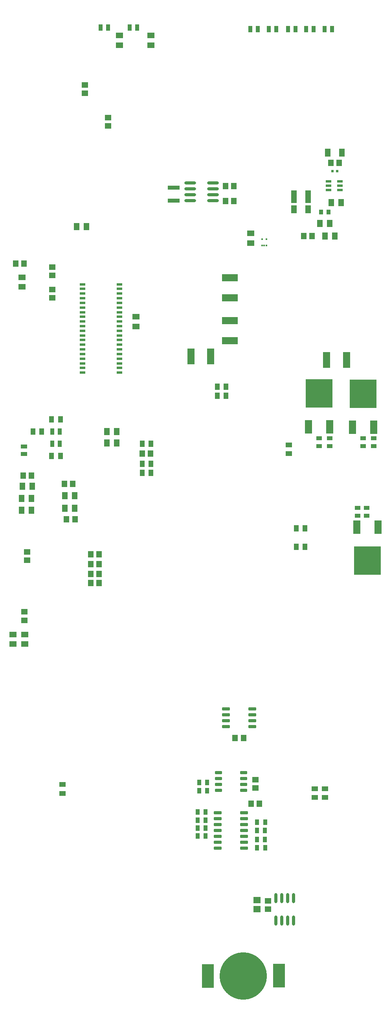
<source format=gbr>
G04 Layer_Color=128*
%FSLAX26Y26*%
%MOIN*%
%TF.FileFunction,Paste,Bot*%
%TF.Part,Single*%
G01*
G75*
%TA.AperFunction,SMDPad,CuDef*%
%ADD14R,0.057087X0.045276*%
%ADD15R,0.049213X0.059055*%
%ADD16R,0.059055X0.049213*%
%ADD17R,0.228346X0.244095*%
%ADD18R,0.062992X0.118110*%
%ADD19R,0.051181X0.033465*%
%ADD21R,0.102362X0.037402*%
G04:AMPARAMS|DCode=22|XSize=25.591mil|YSize=64.961mil|CornerRadius=1.919mil|HoleSize=0mil|Usage=FLASHONLY|Rotation=90.000|XOffset=0mil|YOffset=0mil|HoleType=Round|Shape=RoundedRectangle|*
%AMROUNDEDRECTD22*
21,1,0.025591,0.061122,0,0,90.0*
21,1,0.021752,0.064961,0,0,90.0*
1,1,0.003839,0.030561,0.010876*
1,1,0.003839,0.030561,-0.010876*
1,1,0.003839,-0.030561,-0.010876*
1,1,0.003839,-0.030561,0.010876*
%
%ADD22ROUNDEDRECTD22*%
%ADD23R,0.033465X0.051181*%
%ADD24R,0.045276X0.057087*%
%ADD25R,0.041339X0.055118*%
%ADD52R,0.049500X0.024000*%
%ADD53R,0.098425X0.200787*%
%ADD54C,0.401575*%
%ADD55R,0.053150X0.037402*%
%ADD56R,0.037402X0.053150*%
%ADD57R,0.045276X0.106299*%
%ADD58R,0.045276X0.070866*%
%ADD59R,0.137795X0.062992*%
%ADD60R,0.062992X0.137795*%
%ADD61R,0.051181X0.021654*%
%ADD62R,0.023622X0.019685*%
%ADD63R,0.035433X0.039370*%
%ADD64O,0.098425X0.027559*%
G04:AMPARAMS|DCode=65|XSize=23.622mil|YSize=57.087mil|CornerRadius=2.008mil|HoleSize=0mil|Usage=FLASHONLY|Rotation=90.000|XOffset=0mil|YOffset=0mil|HoleType=Round|Shape=RoundedRectangle|*
%AMROUNDEDRECTD65*
21,1,0.023622,0.053071,0,0,90.0*
21,1,0.019606,0.057087,0,0,90.0*
1,1,0.004016,0.026535,0.009803*
1,1,0.004016,0.026535,-0.009803*
1,1,0.004016,-0.026535,-0.009803*
1,1,0.004016,-0.026535,0.009803*
%
%ADD65ROUNDEDRECTD65*%
%ADD66R,0.061024X0.053150*%
%ADD67R,0.055118X0.041339*%
%ADD68R,0.011811X0.017716*%
%ADD69O,0.023622X0.086614*%
D14*
X314964Y425197D02*
D03*
X314964Y496063D02*
D03*
X314960Y614171D02*
D03*
X314960Y685037D02*
D03*
X102364Y-1799213D02*
D03*
X102364Y-1728347D02*
D03*
X78740Y-2307087D02*
D03*
X78740Y-2236221D02*
D03*
X787400Y1881887D02*
D03*
X787400Y1952753D02*
D03*
X2037402Y-3657479D02*
D03*
X2037402Y-3728345D02*
D03*
X2145670Y-4685039D02*
D03*
X2145670Y-4755905D02*
D03*
X590548Y2157481D02*
D03*
X590548Y2228347D02*
D03*
D15*
X604334Y1027559D02*
D03*
X521656Y1027559D02*
D03*
X138780Y-1274409D02*
D03*
X56102Y-1274409D02*
D03*
X56100Y-1374411D02*
D03*
X138776Y-1374411D02*
D03*
X777560Y-805117D02*
D03*
X860238Y-805117D02*
D03*
X777560Y-706693D02*
D03*
X860238Y-706693D02*
D03*
X505314Y-1359641D02*
D03*
X422636Y-1359641D02*
D03*
X505316Y-1251375D02*
D03*
X422638Y-1251375D02*
D03*
X143702Y-1173227D02*
D03*
X61024Y-1173227D02*
D03*
X2627410Y949433D02*
D03*
X2710086Y949433D02*
D03*
X2667088Y1054431D02*
D03*
X2584410Y1054431D02*
D03*
X2683070Y1230315D02*
D03*
X2765748Y1230315D02*
D03*
D16*
X1999016Y889765D02*
D03*
X1999016Y972441D02*
D03*
X82678Y-2509841D02*
D03*
X82678Y-2427165D02*
D03*
X1151576Y2647635D02*
D03*
X1151576Y2564959D02*
D03*
X59056Y517125D02*
D03*
X59056Y599803D02*
D03*
X885828Y2564961D02*
D03*
X885828Y2647637D02*
D03*
X-19684Y-2427167D02*
D03*
X-19684Y-2509845D02*
D03*
X1023622Y265747D02*
D03*
X1023622Y183071D02*
D03*
D17*
X2989810Y-1801967D02*
D03*
X2950346Y-387009D02*
D03*
X2578740Y-383859D02*
D03*
D18*
X3079968Y-1518503D02*
D03*
X2899654Y-1518503D02*
D03*
X2860188Y-670473D02*
D03*
X3040502Y-670473D02*
D03*
X2488584Y-667323D02*
D03*
X2668898Y-667323D02*
D03*
D19*
X2903544Y-1423229D02*
D03*
X2903544Y-1356299D02*
D03*
X2982282Y-1423229D02*
D03*
X2982282Y-1356299D02*
D03*
X2667322Y-765747D02*
D03*
X2667322Y-832677D02*
D03*
X2578740Y-832677D02*
D03*
X2578740Y-765747D02*
D03*
X3041340Y-765747D02*
D03*
X3041340Y-832677D02*
D03*
X2952754Y-832679D02*
D03*
X2952754Y-765749D02*
D03*
D21*
X1346458Y1248031D02*
D03*
X1346458Y1358269D02*
D03*
D22*
X2010824Y-3057873D02*
D03*
X2010824Y-3107873D02*
D03*
X2010824Y-3157873D02*
D03*
X2010824Y-3207873D02*
D03*
X1788384Y-3057873D02*
D03*
X1788384Y-3107873D02*
D03*
X1788384Y-3157873D02*
D03*
X1788384Y-3207873D02*
D03*
X1719488Y-4236615D02*
D03*
X1719488Y-4186615D02*
D03*
X1719488Y-4136615D02*
D03*
X1719488Y-4086615D02*
D03*
X1719488Y-4036615D02*
D03*
X1719488Y-3986615D02*
D03*
X1719488Y-3936615D02*
D03*
X1941930Y-4236615D02*
D03*
X1941930Y-4186615D02*
D03*
X1941930Y-4136615D02*
D03*
X1941930Y-4086615D02*
D03*
X1941930Y-4036615D02*
D03*
X1941930Y-3986615D02*
D03*
X1941930Y-3936615D02*
D03*
D23*
X2120078Y-4086615D02*
D03*
X2053148Y-4086615D02*
D03*
X2053150Y-4234251D02*
D03*
X2120080Y-4234251D02*
D03*
X2120078Y-4165355D02*
D03*
X2053148Y-4165355D02*
D03*
X2053150Y-4017719D02*
D03*
X2120080Y-4017719D02*
D03*
X1616142Y-4133859D02*
D03*
X1549212Y-4133859D02*
D03*
X1549212Y-4066927D02*
D03*
X1616142Y-4066927D02*
D03*
X1616142Y-3999999D02*
D03*
X1549212Y-3999999D02*
D03*
X1549214Y-3933069D02*
D03*
X1616144Y-3933069D02*
D03*
X1561024Y-3751969D02*
D03*
X1627954Y-3751969D02*
D03*
X1627952Y-3683071D02*
D03*
X1561022Y-3683071D02*
D03*
D24*
X66930Y-1082677D02*
D03*
X137796Y-1082677D02*
D03*
X641734Y-1748031D02*
D03*
X712600Y-1748031D02*
D03*
X641734Y-1830709D02*
D03*
X712600Y-1830709D02*
D03*
X641732Y-1992125D02*
D03*
X712598Y-1992125D02*
D03*
X641734Y-1913383D02*
D03*
X712600Y-1913383D02*
D03*
X1078742Y-893699D02*
D03*
X1149608Y-893699D02*
D03*
X436418Y-1452161D02*
D03*
X507284Y-1452161D02*
D03*
X418702Y-1152949D02*
D03*
X489568Y-1152949D02*
D03*
X2518180Y949435D02*
D03*
X2447314Y949435D02*
D03*
X2677168Y1566927D02*
D03*
X2748036Y1566927D02*
D03*
X1783464Y1244095D02*
D03*
X1854330Y1244095D02*
D03*
X1783466Y1372047D02*
D03*
X1854332Y1372047D02*
D03*
X3936Y715945D02*
D03*
X74802Y715945D02*
D03*
X2001968Y-3860237D02*
D03*
X2072834Y-3860237D02*
D03*
X1866142Y-3306103D02*
D03*
X1937008Y-3306103D02*
D03*
D25*
X151576Y-708661D02*
D03*
X226378Y-708661D02*
D03*
X309056Y-913383D02*
D03*
X383860Y-913383D02*
D03*
X309056Y-606297D02*
D03*
X383860Y-606297D02*
D03*
X1076772Y-1059055D02*
D03*
X1151576Y-1059055D02*
D03*
X1151576Y-980313D02*
D03*
X1076772Y-980313D02*
D03*
X1789370Y-405511D02*
D03*
X1714566Y-405511D02*
D03*
X1714568Y-326773D02*
D03*
X1789370Y-326773D02*
D03*
X2383854Y-1527559D02*
D03*
X2458658Y-1527559D02*
D03*
X2458664Y-1685039D02*
D03*
X2383860Y-1685039D02*
D03*
X1076774Y-811023D02*
D03*
X1151576Y-811023D02*
D03*
D52*
X570746Y539654D02*
D03*
X570746Y500254D02*
D03*
X570746Y460854D02*
D03*
X570746Y421454D02*
D03*
X570746Y382054D02*
D03*
X570746Y342654D02*
D03*
X570746Y303254D02*
D03*
X570746Y263854D02*
D03*
X570746Y224454D02*
D03*
X570746Y185054D02*
D03*
X570746Y145654D02*
D03*
X570746Y106254D02*
D03*
X570746Y66854D02*
D03*
X570746Y27454D02*
D03*
X570746Y-11946D02*
D03*
X570746Y-51346D02*
D03*
X570746Y-90746D02*
D03*
X570746Y-130146D02*
D03*
X570746Y-169546D02*
D03*
X570746Y-208946D02*
D03*
X885946Y539654D02*
D03*
X885946Y500254D02*
D03*
X885946Y460854D02*
D03*
X885946Y421454D02*
D03*
X885946Y382054D02*
D03*
X885946Y342654D02*
D03*
X885946Y303254D02*
D03*
X885946Y263854D02*
D03*
X885946Y224454D02*
D03*
X885946Y185054D02*
D03*
X885946Y145654D02*
D03*
X885946Y106254D02*
D03*
X885946Y66854D02*
D03*
X885946Y27454D02*
D03*
X885946Y-11946D02*
D03*
X885946Y-51346D02*
D03*
X885946Y-90746D02*
D03*
X885946Y-130146D02*
D03*
X885946Y-169546D02*
D03*
X885946Y-208946D02*
D03*
D03*
D53*
X1634842Y-5320866D02*
D03*
X2237205Y-5316929D02*
D03*
D54*
X1936024Y-5320866D02*
D03*
D55*
X74804Y-834645D02*
D03*
X74804Y-897637D02*
D03*
D56*
X314960Y-811025D02*
D03*
X377952Y-811025D02*
D03*
X314960Y-708663D02*
D03*
X377952Y-708663D02*
D03*
X726378Y2714567D02*
D03*
X789370Y2714567D02*
D03*
X1995046Y2700785D02*
D03*
X2058040Y2700785D02*
D03*
X2314962Y2700787D02*
D03*
X2377954Y2700787D02*
D03*
X2151574Y2700785D02*
D03*
X2214566Y2700785D02*
D03*
X2468504Y2700785D02*
D03*
X2531496Y2700785D02*
D03*
X2624016Y2700785D02*
D03*
X2687008Y2700785D02*
D03*
X972442Y2714567D02*
D03*
X1035434Y2714567D02*
D03*
D57*
X2366692Y1282433D02*
D03*
X2484802Y1282433D02*
D03*
D58*
X2366142Y1175195D02*
D03*
X2484252Y1175195D02*
D03*
X2652694Y1653431D02*
D03*
X2770806Y1653431D02*
D03*
D59*
X1820866Y425197D02*
D03*
X1820866Y594487D02*
D03*
X1820866Y230315D02*
D03*
X1820866Y61023D02*
D03*
D60*
X2811022Y-100395D02*
D03*
X2641732Y-100395D02*
D03*
X1659450Y-70867D02*
D03*
X1490160Y-70867D02*
D03*
D61*
X2659452Y1413385D02*
D03*
X2659452Y1375983D02*
D03*
X2659452Y1338581D02*
D03*
X2753940Y1338581D02*
D03*
X2753940Y1375983D02*
D03*
X2753940Y1413385D02*
D03*
D62*
X2693066Y1499433D02*
D03*
X2732436Y1499433D02*
D03*
D63*
X2596454Y1151573D02*
D03*
X2659446Y1151573D02*
D03*
D64*
X1679134Y1397835D02*
D03*
X1679134Y1347835D02*
D03*
X1679134Y1297835D02*
D03*
X1679134Y1247835D02*
D03*
X1486220Y1397835D02*
D03*
X1486220Y1347835D02*
D03*
X1486220Y1297835D02*
D03*
X1486220Y1247835D02*
D03*
D65*
X1937992Y-3598229D02*
D03*
X1937992Y-3648229D02*
D03*
X1937992Y-3698229D02*
D03*
X1937992Y-3748229D02*
D03*
X1723426Y-3598229D02*
D03*
X1723426Y-3648229D02*
D03*
X1723426Y-3698229D02*
D03*
X1723426Y-3748229D02*
D03*
D66*
X2051182Y-4677165D02*
D03*
X2051182Y-4755907D02*
D03*
D67*
X2322836Y-895671D02*
D03*
X2322836Y-820867D02*
D03*
X401576Y-3698821D02*
D03*
X401576Y-3773623D02*
D03*
X2627952Y-3734251D02*
D03*
X2627952Y-3809053D02*
D03*
X2543306Y-3809055D02*
D03*
X2543306Y-3734251D02*
D03*
D68*
X2132874Y921417D02*
D03*
X2093504Y921417D02*
D03*
X2093504Y868267D02*
D03*
X2113190Y868267D02*
D03*
X2132874Y868267D02*
D03*
D69*
X2362402Y-4850393D02*
D03*
X2312402Y-4850393D02*
D03*
X2262402Y-4850393D02*
D03*
X2212402Y-4850393D02*
D03*
X2362402Y-4661417D02*
D03*
X2312402Y-4661417D02*
D03*
X2262402Y-4661417D02*
D03*
X2212402Y-4661417D02*
D03*
%TF.MD5,8a56bee86df323a0cbc06f30dc73f522*%
M02*

</source>
